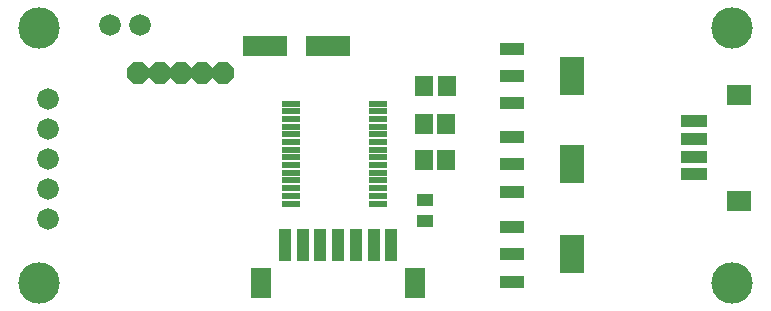
<source format=gts>
G75*
G70*
%OFA0B0*%
%FSLAX24Y24*%
%IPPOS*%
%LPD*%
%AMOC8*
5,1,8,0,0,1.08239X$1,22.5*
%
%ADD10R,0.0789X0.0395*%
%ADD11R,0.0808X0.1261*%
%ADD12R,0.0592X0.0710*%
%ADD13C,0.0720*%
%ADD14C,0.1380*%
%ADD15R,0.0552X0.0395*%
%ADD16R,0.0630X0.0217*%
%ADD17OC8,0.0714*%
%ADD18R,0.0395X0.1064*%
%ADD19R,0.0671X0.0986*%
%ADD20R,0.0867X0.0395*%
%ADD21R,0.0828X0.0671*%
%ADD22R,0.1458X0.0710*%
D10*
X016989Y001276D03*
X016993Y002182D03*
X016989Y003087D03*
X016989Y004276D03*
X016993Y005182D03*
X016989Y006087D03*
X016989Y007226D03*
X016993Y008132D03*
X016989Y009037D03*
D11*
X018993Y008132D03*
X018993Y005182D03*
X018993Y002182D03*
D12*
X014797Y005332D03*
X014049Y005332D03*
X014059Y006522D03*
X014807Y006522D03*
X014817Y007802D03*
X014069Y007802D03*
D13*
X004606Y009834D03*
X003606Y009834D03*
X001532Y007350D03*
X001532Y006350D03*
X001532Y005350D03*
X001532Y004350D03*
X001532Y003350D03*
D14*
X001232Y001232D03*
X001233Y009732D03*
X024333Y009732D03*
X024333Y001232D03*
D15*
X014093Y003297D03*
X014093Y004006D03*
D16*
X012522Y003878D03*
X012522Y004134D03*
X012522Y004390D03*
X012522Y004646D03*
X012522Y004902D03*
X012522Y005158D03*
X012522Y005414D03*
X012522Y005670D03*
X012522Y005926D03*
X012522Y006182D03*
X012522Y006437D03*
X012522Y006693D03*
X012522Y006949D03*
X012522Y007205D03*
X009643Y007205D03*
X009643Y006949D03*
X009643Y006693D03*
X009643Y006437D03*
X009643Y006182D03*
X009643Y005926D03*
X009643Y005670D03*
X009643Y005414D03*
X009643Y005158D03*
X009643Y004902D03*
X009643Y004646D03*
X009643Y004390D03*
X009643Y004134D03*
X009643Y003878D03*
D17*
X007373Y008214D03*
X006664Y008214D03*
X005956Y008214D03*
X005247Y008214D03*
X004538Y008214D03*
D18*
X009429Y002505D03*
X010019Y002505D03*
X010610Y002505D03*
X011200Y002505D03*
X011791Y002505D03*
X012382Y002505D03*
X012972Y002505D03*
D19*
X013779Y001225D03*
X008622Y001225D03*
D20*
X023052Y004846D03*
X023052Y005437D03*
X023052Y006027D03*
X023052Y006618D03*
D21*
X024568Y007503D03*
X024568Y003960D03*
D22*
X010876Y009122D03*
X008750Y009122D03*
M02*

</source>
